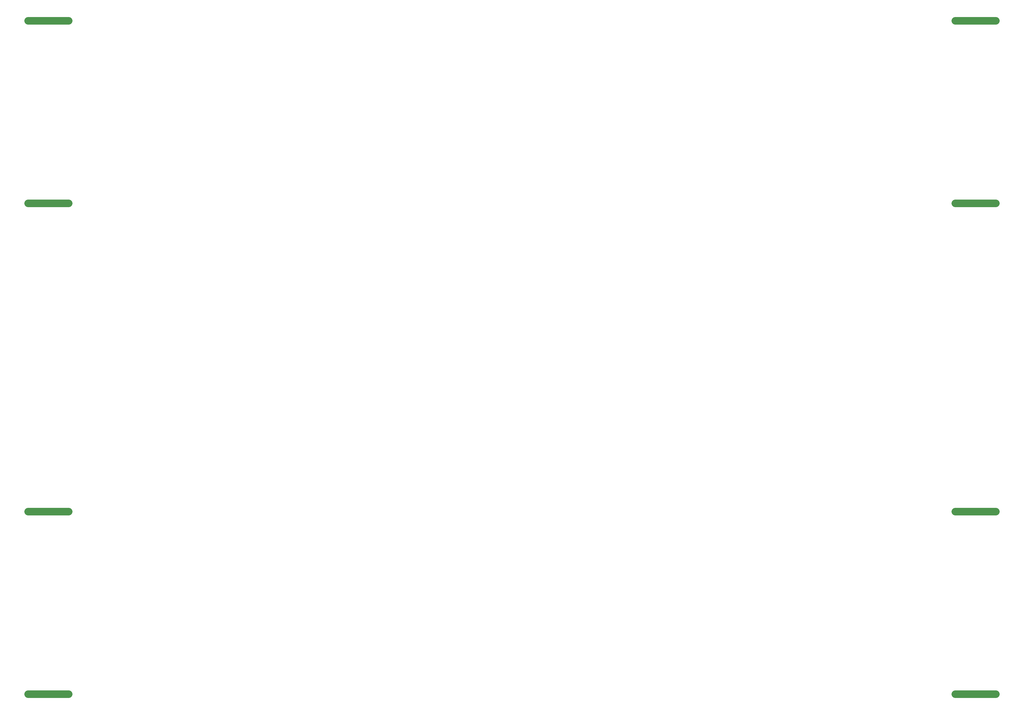
<source format=gm1>
%FSTAX24Y24*%
%MOIN*%
%SFA1B1*%

%IPPOS*%
%ADD31C,0.094500*%
%LNtoasterbigboard-1*%
%LPD*%
G54D31*
X023125Y02625D02*
X028125D01*
X137375Y10925D02*
X142375D01*
X023125D02*
X028125D01*
X137375Y02625D02*
X142375D01*
X023125Y08675D02*
X028125D01*
X137375Y04875D02*
X142375D01*
X137375Y08675D02*
X142375D01*
X023125Y04875D02*
X028125D01*
M02*
</source>
